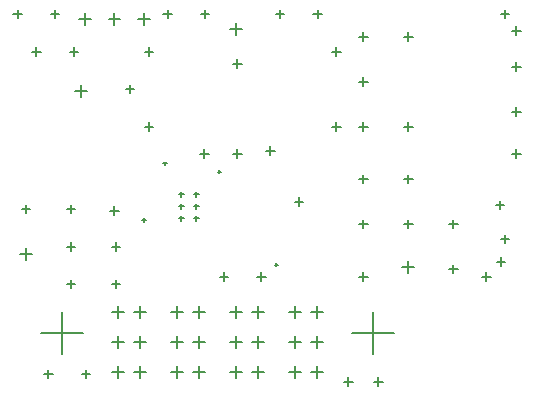
<source format=gbr>
%TF.GenerationSoftware,Altium Limited,Altium Designer,24.2.2 (26)*%
G04 Layer_Color=128*
%FSLAX45Y45*%
%MOMM*%
%TF.SameCoordinates,3B1DD697-BB8E-4966-B076-04D6E0BCF24A*%
%TF.FilePolarity,Positive*%
%TF.FileFunction,Drillmap*%
%TF.Part,Single*%
G01*
G75*
%TA.AperFunction,NonConductor*%
%ADD34C,0.12700*%
D34*
X1244400Y2590800D02*
X1346400D01*
X1295400Y2539800D02*
Y2641800D01*
X1274800Y3200400D02*
X1374800D01*
X1324800Y3150400D02*
Y3250400D01*
X1524800Y3200400D02*
X1624800D01*
X1574800Y3150400D02*
Y3250400D01*
X1774800Y3200400D02*
X1874800D01*
X1824800Y3150400D02*
Y3250400D01*
X3584710Y538800D02*
X3940710D01*
X3762710Y360800D02*
Y716800D01*
X956710Y538800D02*
X1312710D01*
X1134710Y360800D02*
Y716800D01*
X1740710Y208800D02*
X1844710D01*
X1792710Y156800D02*
Y260800D01*
X1552710Y208800D02*
X1656710D01*
X1604710Y156800D02*
Y260800D01*
X1740710Y462800D02*
X1844710D01*
X1792710Y410800D02*
Y514800D01*
X1552710Y462800D02*
X1656710D01*
X1604710Y410800D02*
Y514800D01*
X1740710Y716800D02*
X1844710D01*
X1792710Y664800D02*
Y768800D01*
X1552710Y716800D02*
X1656710D01*
X1604710Y664800D02*
Y768800D01*
X3240710Y208800D02*
X3344710D01*
X3292710Y156800D02*
Y260800D01*
X3052710Y208800D02*
X3156710D01*
X3104710Y156800D02*
Y260800D01*
X3240710Y462800D02*
X3344710D01*
X3292710Y410800D02*
Y514800D01*
X3052710Y462800D02*
X3156710D01*
X3104710Y410800D02*
Y514800D01*
X3240710Y716800D02*
X3344710D01*
X3292710Y664800D02*
Y768800D01*
X3052710Y716800D02*
X3156710D01*
X3104710Y664800D02*
Y768800D01*
X2740710Y208800D02*
X2844710D01*
X2792710Y156800D02*
Y260800D01*
X2552710Y208800D02*
X2656710D01*
X2604710Y156800D02*
Y260800D01*
X2740710Y462800D02*
X2844710D01*
X2792710Y410800D02*
Y514800D01*
X2552710Y462800D02*
X2656710D01*
X2604710Y410800D02*
Y514800D01*
X2740710Y716800D02*
X2844710D01*
X2792710Y664800D02*
Y768800D01*
X2552710Y716800D02*
X2656710D01*
X2604710Y664800D02*
Y768800D01*
X2240710Y208800D02*
X2344710D01*
X2292710Y156800D02*
Y260800D01*
X2052710Y208800D02*
X2156710D01*
X2104710Y156800D02*
Y260800D01*
X2240710Y462800D02*
X2344710D01*
X2292710Y410800D02*
Y514800D01*
X2052710Y462800D02*
X2156710D01*
X2104710Y410800D02*
Y514800D01*
X2240710Y716800D02*
X2344710D01*
X2292710Y664800D02*
Y768800D01*
X2052710Y716800D02*
X2156710D01*
X2104710Y664800D02*
Y768800D01*
X2552500Y3111500D02*
X2654500D01*
X2603500Y3060500D02*
Y3162500D01*
X4013000Y1094740D02*
X4115000D01*
X4064000Y1043740D02*
Y1145740D01*
X774500Y1206500D02*
X876500D01*
X825500Y1155500D02*
Y1257500D01*
X4847590Y3238500D02*
X4918710D01*
X4883150Y3202940D02*
Y3274060D01*
X4847590Y1333500D02*
X4918710D01*
X4883150Y1297940D02*
Y1369060D01*
X4688840Y1016000D02*
X4759960D01*
X4724400Y980440D02*
Y1051560D01*
X3260090Y3238500D02*
X3331210D01*
X3295650Y3202940D02*
Y3274060D01*
X3418840Y2921000D02*
X3489960D01*
X3454400Y2885440D02*
Y2956560D01*
X3418840Y2286000D02*
X3489960D01*
X3454400Y2250440D02*
Y2321560D01*
X2942590Y3238500D02*
X3013710D01*
X2978150Y3202940D02*
Y3274060D01*
X3101340Y1651000D02*
X3172460D01*
X3136900Y1615440D02*
Y1686560D01*
X2783840Y1016000D02*
X2854960D01*
X2819400Y980440D02*
Y1051560D01*
X2307590Y3238500D02*
X2378710D01*
X2343150Y3202940D02*
Y3274060D01*
X2466340Y1016000D02*
X2537460D01*
X2501900Y980440D02*
Y1051560D01*
X1990090Y3238500D02*
X2061210D01*
X2025650Y3202940D02*
Y3274060D01*
X1831340Y2921000D02*
X1902460D01*
X1866900Y2885440D02*
Y2956560D01*
X1672590Y2603500D02*
X1743710D01*
X1708150Y2567940D02*
Y2639060D01*
X1831340Y2286000D02*
X1902460D01*
X1866900Y2250440D02*
Y2321560D01*
X1037590Y3238500D02*
X1108710D01*
X1073150Y3202940D02*
Y3274060D01*
X1196340Y2921000D02*
X1267460D01*
X1231900Y2885440D02*
Y2956560D01*
X720090Y3238500D02*
X791210D01*
X755650Y3202940D02*
Y3274060D01*
X878840Y2921000D02*
X949960D01*
X914400Y2885440D02*
Y2956560D01*
X1539240Y1574800D02*
X1610360D01*
X1574800Y1539240D02*
Y1610360D01*
X2301240Y2057400D02*
X2372360D01*
X2336800Y2021840D02*
Y2092960D01*
X4942840Y3098800D02*
X5013960D01*
X4978400Y3063240D02*
Y3134360D01*
X4942840Y2794000D02*
X5013960D01*
X4978400Y2758440D02*
Y2829560D01*
X4942840Y2057400D02*
X5013960D01*
X4978400Y2021840D02*
Y2092960D01*
X4942840Y2413000D02*
X5013960D01*
X4978400Y2377440D02*
Y2448560D01*
X4810838Y1143628D02*
X4881958D01*
X4846398Y1108068D02*
Y1179188D01*
X4804303Y1622919D02*
X4875423D01*
X4839863Y1587359D02*
Y1658479D01*
X1988956Y1975173D02*
X2019436D01*
X2004196Y1959933D02*
Y1990413D01*
X4409440Y1079500D02*
X4480560D01*
X4445000Y1043940D02*
Y1115060D01*
X4409440Y1460500D02*
X4480560D01*
X4445000Y1424940D02*
Y1496060D01*
X4028440Y3048000D02*
X4099560D01*
X4064000Y3012440D02*
Y3083560D01*
X3647440Y3048000D02*
X3718560D01*
X3683000Y3012440D02*
Y3083560D01*
X1808474Y1492828D02*
X1838954D01*
X1823714Y1477588D02*
Y1508068D01*
X3774440Y127000D02*
X3845560D01*
X3810000Y91440D02*
Y162560D01*
X3520440Y127000D02*
X3591560D01*
X3556000Y91440D02*
Y162560D01*
X1297940Y190500D02*
X1369060D01*
X1333500Y154940D02*
Y226060D01*
X980440Y190500D02*
X1051560D01*
X1016000Y154940D02*
Y226060D01*
X1551940Y952500D02*
X1623060D01*
X1587500Y916940D02*
Y988060D01*
X1170940Y952500D02*
X1242060D01*
X1206500Y916940D02*
Y988060D01*
X789940Y1587500D02*
X861060D01*
X825500Y1551940D02*
Y1623060D01*
X1170940Y1587500D02*
X1242060D01*
X1206500Y1551940D02*
Y1623060D01*
X1170940Y1270000D02*
X1242060D01*
X1206500Y1234440D02*
Y1305560D01*
X1551940Y1270000D02*
X1623060D01*
X1587500Y1234440D02*
Y1305560D01*
X3647440Y2667000D02*
X3718560D01*
X3683000Y2631440D02*
Y2702560D01*
X4028440Y2286000D02*
X4099560D01*
X4064000Y2250440D02*
Y2321560D01*
X3647440Y2286000D02*
X3718560D01*
X3683000Y2250440D02*
Y2321560D01*
X4028440Y1841500D02*
X4099560D01*
X4064000Y1805940D02*
Y1877060D01*
X4028440Y1460500D02*
X4099560D01*
X4064000Y1424940D02*
Y1496060D01*
X3647440Y1841500D02*
X3718560D01*
X3683000Y1805940D02*
Y1877060D01*
X3647440Y1460500D02*
X3718560D01*
X3683000Y1424940D02*
Y1496060D01*
X3647440Y1016000D02*
X3718560D01*
X3683000Y980440D02*
Y1051560D01*
X2860040Y2082800D02*
X2931160D01*
X2895600Y2047240D02*
Y2118360D01*
X2580640Y2057400D02*
X2651760D01*
X2616200Y2021840D02*
Y2092960D01*
X2580640Y2819400D02*
X2651760D01*
X2616200Y2783840D02*
Y2854960D01*
X2931160Y1117600D02*
X2961640D01*
X2946400Y1102360D02*
Y1132840D01*
X2448560Y1905000D02*
X2479040D01*
X2463800Y1889760D02*
Y1920240D01*
X2246140Y1508760D02*
X2286780D01*
X2266460Y1488440D02*
Y1529080D01*
X2121940Y1508760D02*
X2162580D01*
X2142260Y1488440D02*
Y1529080D01*
X2246140Y1610360D02*
X2286780D01*
X2266460Y1590040D02*
Y1630680D01*
X2121940Y1610360D02*
X2162580D01*
X2142260Y1590040D02*
Y1630680D01*
X2246140Y1711960D02*
X2286780D01*
X2266460Y1691640D02*
Y1732280D01*
X2121940Y1711960D02*
X2162580D01*
X2142260Y1691640D02*
Y1732280D01*
%TF.MD5,3edc7872f2e1d52533ec49faecb17123*%
M02*

</source>
